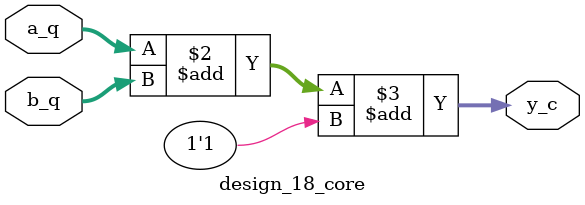
<source format=v>
module design_18_core #(
  parameter W = 16
)(
  input      [W-1:0] a_q,
  input      [W-1:0] b_q,
  output reg [W-1:0] y_c
);
  always @* begin
    y_c = a_q + b_q + 1'b1;
  end
endmodule

</source>
